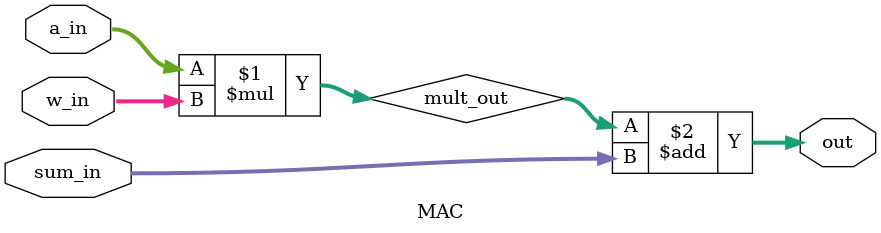
<source format=sv>
`timescale 1ns / 1ps


module MAC #( parameter IN_BITWIDTH = 16,
			  parameter OUT_BITWIDTH = 2*IN_BITWIDTH )
			( input [IN_BITWIDTH-1 : 0] a_in,
			  input [IN_BITWIDTH-1 : 0] w_in,
			  input [IN_BITWIDTH-1 : 0] sum_in,
			  output [OUT_BITWIDTH-1 : 0] out
			);
	
	logic [OUT_BITWIDTH-1:0] mult_out;
	
	assign mult_out = a_in * w_in;
	assign out = mult_out + sum_in;
	
endmodule

</source>
